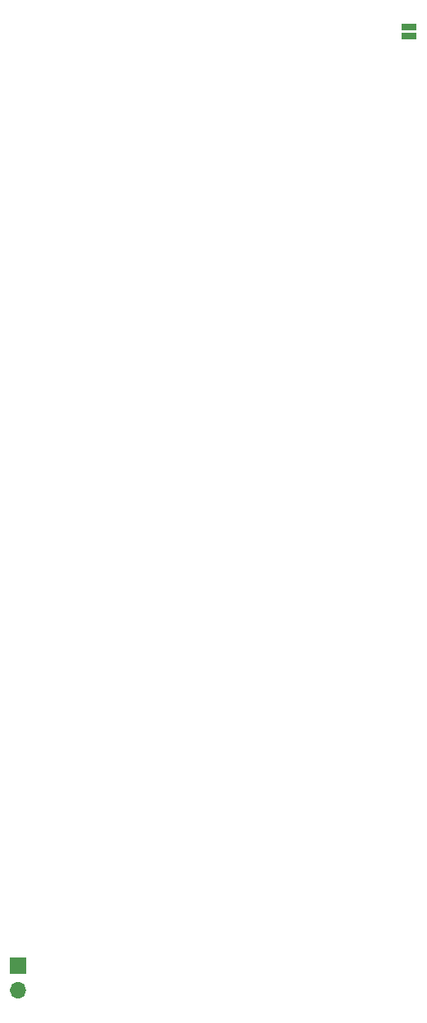
<source format=gts>
%TF.GenerationSoftware,KiCad,Pcbnew,(6.0.4-0)*%
%TF.CreationDate,2022-03-28T19:53:30+01:00*%
%TF.ProjectId,DecimalPlace,44656369-6d61-46c5-906c-6163652e6b69,rev?*%
%TF.SameCoordinates,Original*%
%TF.FileFunction,Soldermask,Top*%
%TF.FilePolarity,Negative*%
%FSLAX46Y46*%
G04 Gerber Fmt 4.6, Leading zero omitted, Abs format (unit mm)*
G04 Created by KiCad (PCBNEW (6.0.4-0)) date 2022-03-28 19:53:30*
%MOMM*%
%LPD*%
G01*
G04 APERTURE LIST*
%ADD10R,1.700000X1.700000*%
%ADD11O,1.700000X1.700000*%
%ADD12R,1.600000X0.650000*%
G04 APERTURE END LIST*
D10*
%TO.C,J1*%
X159893000Y-148336000D03*
D11*
X159893000Y-150876000D03*
%TD*%
D12*
%TO.C,D1*%
X200279000Y-52258000D03*
X200279000Y-51308000D03*
%TD*%
M02*

</source>
